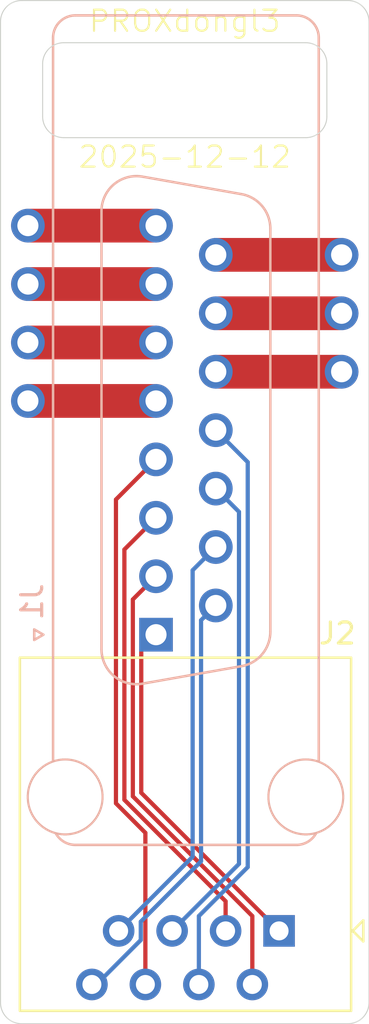
<source format=kicad_pcb>
(kicad_pcb (version 20241229) (generator "pcbnew") (generator_version "9.0")
  (layers (0 "F.Cu" signal) (2 "B.Cu" signal) (13 "F.Paste" user) (15 "B.Paste" user) (5 "F.SilkS" user "F.Silkscreen") (7 "B.SilkS" user "B.Silkscreen") (1 "F.Mask" user) (3 "B.Mask" user) (25 "Edge.Cuts" user))
  (net 0 "")
  (net 1 "unconnected-(J1-P14-Pad14)")
  (net 2 "/ETH7")
  (net 3 "/ETH6")
  (net 4 "unconnected-(J1-P15-Pad15)")
  (net 5 "/ETH1")
  (net 6 "unconnected-(J1-Pad7)")
  (net 7 "/ETH8")
  (net 8 "/ETH5")
  (net 9 "unconnected-(J1-Pad8)")
  (net 10 "unconnected-(J1-P13-Pad13)")
  (net 11 "/ETH4")
  (net 12 "/ETH3")
  (net 13 "unconnected-(J1-Pad6)")
  (net 14 "/ETH2")
  (net 15 "unconnected-(J1-Pad5)")
  (footprint "" (layer "F.Cu") (at 101.3 60.67)
    (property "Reference" "" (at 0 0 0) (layer "F.SilkS") (effects (font (size 1.27 1.27))))
    (property "Value" "")
    (pad "8" thru_hole circle (at 0 0 270) (size 1.6 1.6) (drill 1) (layers "*.Cu" "*.Mask") (net 9 "unconnected-(J1-Pad8)"))
  )
  (footprint "" (layer "F.Cu") (at 116.2 64.825)
    (property "Reference" "" (at 0 0 0) (layer "F.SilkS") (effects (font (size 1.27 1.27))))
    (property "Value" "")
    (pad "14" thru_hole circle (at 0 0 270) (size 1.6 1.6) (drill 1) (layers "*.Cu" "*.Mask") (net 1 "unconnected-(J1-P14-Pad14)"))
  )
  (footprint "" (layer "F.Cu") (at 116.2 67.595)
    (property "Reference" "" (at 0 0 0) (layer "F.SilkS") (effects (font (size 1.27 1.27))))
    (property "Value" "")
    (pad "13" thru_hole circle (at 0 0 270) (size 1.6 1.6) (drill 1) (layers "*.Cu" "*.Mask") (net 10 "unconnected-(J1-P13-Pad13)"))
  )
  (footprint "" (layer "F.Cu") (at 101.304188 63.44)
    (property "Reference" "" (at 0 0 0) (layer "F.SilkS") (effects (font (size 1.27 1.27))))
    (property "Value" "")
    (pad "7" thru_hole circle (at 0 0 270) (size 1.6 1.6) (drill 1) (layers "*.Cu" "*.Mask") (net 6 "unconnected-(J1-Pad7)"))
  )
  (footprint "" (layer "F.Cu") (at 101.3 68.98)
    (property "Reference" "" (at 0 0 0) (layer "F.SilkS") (effects (font (size 1.27 1.27))))
    (property "Value" "")
    (pad "5" thru_hole circle (at 0 0 270) (size 1.6 1.6) (drill 1) (layers "*.Cu" "*.Mask") (net 15 "unconnected-(J1-Pad5)"))
  )
  (footprint "" (layer "F.Cu") (at 116.2 62.055)
    (property "Reference" "" (at 0 0 0) (layer "F.SilkS") (effects (font (size 1.27 1.27))))
    (property "Value" "")
    (pad "15" thru_hole circle (at 0 0 270) (size 1.6 1.6) (drill 1) (layers "*.Cu" "*.Mask") (net 4 "unconnected-(J1-P15-Pad15)"))
  )
  (footprint "" (layer "F.Cu") (at 101.3 66.21)
    (property "Reference" "" (at 0 0 0) (layer "F.SilkS") (effects (font (size 1.27 1.27))))
    (property "Value" "")
    (pad "6" thru_hole circle (at 0 0 270) (size 1.6 1.6) (drill 1) (layers "*.Cu" "*.Mask") (net 13 "unconnected-(J1-Pad6)"))
  )
  (footprint "Connector_RJ:RJ45_OST_PJ012-8P8CX_Vertical" (layer "F.Cu") (at 113.23 94.1 180)
    (property "Reference" "J2" (at -2.77 14.1 180) (layer "F.SilkS"))
    (property "Value" "RJ45" (hide yes))
    (fp_line (start 12.31 12.95) (end -3.42 12.95) (stroke (width 0.12)) (layer "F.SilkS"))
    (fp_line (start 12.31 -3.79) (end 12.31 12.95) (stroke (width 0.12)) (layer "F.SilkS"))
    (fp_line (start 12.3 -3.79) (end -3.42 -3.79) (stroke (width 0.12)) (layer "F.SilkS"))
    (fp_line (start -3.42 -3.79) (end -3.42 12.95) (stroke (width 0.12)) (layer "F.SilkS"))
    (fp_line (start -3.5 0) (end -4 -0.5) (stroke (width 0.12)) (layer "F.SilkS"))
    (fp_line (start -4 0.5) (end -3.5 0) (stroke (width 0.12)) (layer "F.SilkS"))
    (fp_line (start -4 -0.5) (end -4 0.5) (stroke (width 0.12)) (layer "F.SilkS"))
    (pad "" np_thru_hole circle (at -1.27 6.35 180) (size 3.65 3.65) (drill 3.45) (layers "*.Cu" "*.SilkS" "*.Mask"))
    (pad "" np_thru_hole circle (at 10.16 6.35 180) (size 3.65 3.65) (drill 3.45) (layers "*.Cu" "*.SilkS" "*.Mask"))
    (pad "1" thru_hole rect (at 0 0 180) (size 1.5 1.5) (drill 0.9) (layers "*.Cu" "*.Mask") (net 5 "/ETH1"))
    (pad "2" thru_hole circle (at 1.27 -2.54 180) (size 1.5 1.5) (drill 0.9) (layers "*.Cu" "*.Mask") (net 14 "/ETH2"))
    (pad "3" thru_hole circle (at 2.54 0 180) (size 1.5 1.5) (drill 0.9) (layers "*.Cu" "*.Mask") (net 12 "/ETH3"))
    (pad "4" thru_hole circle (at 3.81 -2.54 180) (size 1.5 1.5) (drill 0.9) (layers "*.Cu" "*.Mask") (net 11 "/ETH4"))
    (pad "5" thru_hole circle (at 5.08 0 180) (size 1.5 1.5) (drill 0.9) (layers "*.Cu" "*.Mask") (net 8 "/ETH5"))
    (pad "6" thru_hole circle (at 6.35 -2.54 180) (size 1.5 1.5) (drill 0.9) (layers "*.Cu" "*.Mask") (net 3 "/ETH6"))
    (pad "7" thru_hole circle (at 7.62 0 180) (size 1.5 1.5) (drill 0.9) (layers "*.Cu" "*.Mask") (net 2 "/ETH7"))
    (pad "8" thru_hole circle (at 8.89 -2.54 180) (size 1.5 1.5) (drill 0.9) (layers "*.Cu" "*.Mask") (net 7 "/ETH8"))
  )
  (footprint "Connector_Dsub:DSUB-15_Socket_Vertical_P2.77x2.84mm" (layer "B.Cu") (at 107.385 80.06 -90)
    (property "Reference" "J1" (at -1.56 5.885 90) (layer "B.SilkS") (effects (justify mirror)))
    (property "Value" "DA15_Socket" (hide yes))
    (fp_line (start -0.25 5.784338) (end 0.25 5.784338) (stroke (width 0.12)) (layer "B.SilkS"))
    (fp_line (start 0.25 5.784338) (end 0 5.351325) (stroke (width 0.12)) (layer "B.SilkS"))
    (fp_line (start 0 5.351325) (end -0.25 5.784338) (stroke (width 0.12)) (layer "B.SilkS"))
    (fp_line (start -28.295 4.89) (end 8.905 4.89) (stroke (width 0.12)) (layer "B.SilkS"))
    (fp_line (start 9.965 3.83) (end 9.965 -6.67) (stroke (width 0.12)) (layer "B.SilkS"))
    (fp_line (start -20.076689 2.59) (end 0.686689 2.59) (stroke (width 0.12)) (layer "B.SilkS"))
    (fp_line (start 2.32147 0.641744) (end 1.492733 -4.058256) (stroke (width 0.12)) (layer "B.SilkS"))
    (fp_line (start -20.882733 -4.058256) (end -21.71147 0.641744) (stroke (width 0.12)) (layer "B.SilkS"))
    (fp_line (start -0.142048 -5.43) (end -19.247952 -5.43) (stroke (width 0.12)) (layer "B.SilkS"))
    (fp_line (start -29.355 -6.67) (end -29.355 3.83) (stroke (width 0.12)) (layer "B.SilkS"))
    (fp_line (start 8.905 -7.73) (end -28.295 -7.73) (stroke (width 0.12)) (layer "B.SilkS"))
    (fp_arc (start -28.295 4.89) (mid -29.044533 4.579533) (end -29.355 3.83) (stroke (width 0.12)) (layer "B.SilkS"))
    (fp_arc (start 9.965 3.83) (mid 9.654533 4.579533) (end 8.905 4.89) (stroke (width 0.12)) (layer "B.SilkS"))
    (fp_arc (start -20.076689 2.59) (mid -21.348323 1.997027) (end -21.71147 0.641744) (stroke (width 0.12)) (layer "B.SilkS"))
    (fp_arc (start 2.32147 0.641744) (mid 1.958323 1.997027) (end 0.686689 2.59) (stroke (width 0.12)) (layer "B.SilkS"))
    (fp_arc (start -20.882733 -4.058256) (mid -20.31498 -5.041634) (end -19.247952 -5.43) (stroke (width 0.12)) (layer "B.SilkS"))
    (fp_arc (start -0.142048 -5.43) (mid 0.92498 -5.041634) (end 1.492733 -4.058256) (stroke (width 0.12)) (layer "B.SilkS"))
    (fp_arc (start -29.355 -6.67) (mid -29.044533 -7.419533) (end -28.295 -7.73) (stroke (width 0.12)) (layer "B.SilkS"))
    (fp_arc (start 8.905 -7.73) (mid 9.654533 -7.419533) (end 9.965 -6.67) (stroke (width 0.12)) (layer "B.SilkS"))
    (pad "1" thru_hole rect (at 0 0 270) (size 1.6 1.6) (drill 1) (layers "*.Cu" "*.Mask") (net 5 "/ETH1"))
    (pad "2" thru_hole circle (at -2.77 0 270) (size 1.6 1.6) (drill 1) (layers "*.Cu" "*.Mask") (net 14 "/ETH2"))
    (pad "3" thru_hole circle (at -5.54 0 270) (size 1.6 1.6) (drill 1) (layers "*.Cu" "*.Mask") (net 12 "/ETH3"))
    (pad "4" thru_hole circle (at -8.31 0 270) (size 1.6 1.6) (drill 1) (layers "*.Cu" "*.Mask") (net 3 "/ETH6"))
    (pad "5" thru_hole circle (at -11.08 0 270) (size 1.6 1.6) (drill 1) (layers "*.Cu" "*.Mask") (net 15 "unconnected-(J1-Pad5)"))
    (pad "6" thru_hole circle (at -13.85 0 270) (size 1.6 1.6) (drill 1) (layers "*.Cu" "*.Mask") (net 13 "unconnected-(J1-Pad6)"))
    (pad "7" thru_hole circle (at -16.62 0 270) (size 1.6 1.6) (drill 1) (layers "*.Cu" "*.Mask") (net 6 "unconnected-(J1-Pad7)"))
    (pad "8" thru_hole circle (at -19.39 0 270) (size 1.6 1.6) (drill 1) (layers "*.Cu" "*.Mask") (net 9 "unconnected-(J1-Pad8)"))
    (pad "9" thru_hole circle (at -1.385 -2.84 270) (size 1.6 1.6) (drill 1) (layers "*.Cu" "*.Mask") (net 7 "/ETH8"))
    (pad "10" thru_hole circle (at -4.155 -2.84 270) (size 1.6 1.6) (drill 1) (layers "*.Cu" "*.Mask") (net 2 "/ETH7"))
    (pad "11" thru_hole circle (at -6.925 -2.84 270) (size 1.6 1.6) (drill 1) (layers "*.Cu" "*.Mask") (net 8 "/ETH5"))
    (pad "12" thru_hole circle (at -9.695 -2.84 270) (size 1.6 1.6) (drill 1) (layers "*.Cu" "*.Mask") (net 11 "/ETH4"))
    (pad "13" thru_hole circle (at -12.465 -2.84 270) (size 1.6 1.6) (drill 1) (layers "*.Cu" "*.Mask") (net 10 "unconnected-(J1-P13-Pad13)"))
    (pad "14" thru_hole circle (at -15.235 -2.84 270) (size 1.6 1.6) (drill 1) (layers "*.Cu" "*.Mask") (net 1 "unconnected-(J1-P14-Pad14)"))
    (pad "15" thru_hole circle (at -18.005 -2.84 270) (size 1.6 1.6) (drill 1) (layers "*.Cu" "*.Mask") (net 4 "unconnected-(J1-P15-Pad15)"))
  )
  (gr_line (start 114.5 56.5) (end 103 56.5) (stroke (width 0.05)) (layer "Edge.Cuts"))
  (gr_line (start 100 97.5) (end 100 51) (stroke (width 0.05)) (layer "Edge.Cuts"))
  (gr_line (start 117.5 51) (end 117.5 97.5) (stroke (width 0.05)) (layer "Edge.Cuts"))
  (gr_arc (start 115.5 55.5) (mid 115.207107 56.207107) (end 114.5 56.5) (stroke (width 0.05)) (layer "Edge.Cuts"))
  (gr_line (start 101 50) (end 116.5 50) (stroke (width 0.05)) (layer "Edge.Cuts"))
  (gr_arc (start 116.5 50) (mid 117.207107 50.292893) (end 117.5 51) (stroke (width 0.05)) (layer "Edge.Cuts"))
  (gr_arc (start 114.5 52) (mid 115.207107 52.292893) (end 115.5 53) (stroke (width 0.05)) (layer "Edge.Cuts"))
  (gr_arc (start 101 98.5) (mid 100.292893 98.207107) (end 100 97.5) (stroke (width 0.05)) (layer "Edge.Cuts"))
  (gr_line (start 102 55.5) (end 102 53) (stroke (width 0.05)) (layer "Edge.Cuts"))
  (gr_line (start 116.5 98.5) (end 101 98.5) (stroke (width 0.05)) (layer "Edge.Cuts"))
  (gr_line (start 103 52) (end 114.5 52) (stroke (width 0.05)) (layer "Edge.Cuts"))
  (gr_arc (start 102 53) (mid 102.292893 52.292893) (end 103 52) (stroke (width 0.05)) (layer "Edge.Cuts"))
  (gr_line (start 115.5 53) (end 115.5 55.5) (stroke (width 0.05)) (layer "Edge.Cuts"))
  (gr_arc (start 117.5 97.5) (mid 117.207107 98.207107) (end 116.5 98.5) (stroke (width 0.05)) (layer "Edge.Cuts"))
  (gr_arc (start 103 56.5) (mid 102.292893 56.207107) (end 102 55.5) (stroke (width 0.05)) (layer "Edge.Cuts"))
  (gr_arc (start 100 51) (mid 100.292893 50.292893) (end 101 50) (stroke (width 0.05)) (layer "Edge.Cuts"))
  (gr_text "PROXdongl3\n\n\n\n2025-12-12" (at 108.75 58 0) (layer "F.SilkS") (effects (font (size 1 1) (thickness 0.1)) (justify bottom)))
  (segment (start 110.225 64.825) (end 116.2 64.825) (width 1.6) (layers "F.Cu" "F.Mask") (net 1))
  (segment (start 109.124 90.586) (end 105.61 94.1) (width 0.2) (layer "B.Cu") (net 2))
  (segment (start 109.124 77.006) (end 109.124 90.586) (width 0.2) (layer "B.Cu") (net 2))
  (segment (start 105.61 94.1) (end 105.5 93.99) (width 0.2) (layer "B.Cu") (net 2))
  (segment (start 110.225 75.905) (end 109.124 77.006) (width 0.2) (layer "B.Cu") (net 2))
  (segment (start 106.88 96.64) (end 106.88 89.4513) (width 0.2) (layer "F.Cu") (net 3))
  (segment (start 105.482 88.0533) (end 105.482 73.653) (width 0.2) (layer "F.Cu") (net 3))
  (segment (start 106.88 89.4513) (end 105.482 88.0533) (width 0.2) (layer "F.Cu") (net 3))
  (segment (start 105.482 73.653) (end 107.385 71.75) (width 0.2) (layer "F.Cu") (net 3))
  (segment (start 110.225 62.055) (end 116.2 62.055) (width 1.6) (layers "F.Cu" "F.Mask") (net 4))
  (segment (start 107.385 80.06) (end 106.685 80.76) (width 0.2) (layer "F.Cu") (net 5))
  (segment (start 106.685 87.555) (end 113.23 94.1) (width 0.2) (layer "F.Cu") (net 5))
  (segment (start 106.685 80.76) (end 106.685 87.555) (width 0.2) (layer "F.Cu") (net 5))
  (segment (start 107.385 63.44) (end 101.3 63.44) (width 1.6) (layers "F.Cu" "F.Mask") (net 6))
  (segment (start 109.525 90.800661) (end 106.661 93.664661) (width 0.2) (layer "B.Cu") (net 7))
  (segment (start 110.225 78.675) (end 109.525 79.375) (width 0.2) (layer "B.Cu") (net 7))
  (segment (start 109.525 79.375) (end 109.525 90.800661) (width 0.2) (layer "B.Cu") (net 7))
  (segment (start 106.661 93.664661) (end 106.661 94.535339) (width 0.2) (layer "B.Cu") (net 7))
  (segment (start 106.661 94.535339) (end 104.556339 96.64) (width 0.2) (layer "B.Cu") (net 7))
  (segment (start 104.556339 96.64) (end 104.34 96.64) (width 0.2) (layer "B.Cu") (net 7))
  (segment (start 111.326 74.236) (end 111.326 90.924) (width 0.2) (layer "B.Cu") (net 8))
  (segment (start 110.225 73.135) (end 111.326 74.236) (width 0.2) (layer "B.Cu") (net 8))
  (segment (start 111.326 90.924) (end 108.15 94.1) (width 0.2) (layer "B.Cu") (net 8))
  (segment (start 107.379675 60.664675) (end 107.385 60.67) (width 0.2) (layer "F.Cu") (net 9))
  (segment (start 107.385 60.67) (end 101.3 60.67) (width 1.6) (layers "F.Cu" "F.Mask") (net 9))
  (segment (start 110.225 67.595) (end 116.2 67.595) (width 1.6) (layers "F.Cu" "F.Mask") (net 10))
  (segment (start 109.42 93.3971) (end 109.42 96.64) (width 0.2) (layer "B.Cu") (net 11))
  (segment (start 111.741 91.0761) (end 109.42 93.3971) (width 0.2) (layer "B.Cu") (net 11))
  (segment (start 111.741 71.881) (end 111.741 91.0761) (width 0.2) (layer "B.Cu") (net 11))
  (segment (start 110.225 70.365) (end 111.741 71.881) (width 0.2) (layer "B.Cu") (net 11))
  (segment (start 110.69 94.1) (end 110.69 92.6942) (width 0.2) (layer "F.Cu") (net 12))
  (segment (start 110.69 92.6942) (end 105.883 87.8872) (width 0.2) (layer "F.Cu") (net 12))
  (segment (start 105.883 76.022) (end 107.385 74.52) (width 0.2) (layer "F.Cu") (net 12))
  (segment (start 105.883 87.8872) (end 105.883 76.022) (width 0.2) (layer "F.Cu") (net 12))
  (segment (start 107.385 66.21) (end 101.3 66.21) (width 1.6) (layers "F.Cu" "F.Mask") (net 13))
  (segment (start 111.96 96.64) (end 111.96 93.3971) (width 0.2) (layer "F.Cu") (net 14))
  (segment (start 111.96 93.3971) (end 106.284 87.7211) (width 0.2) (layer "F.Cu") (net 14))
  (segment (start 106.284 78.391) (end 107.385 77.29) (width 0.2) (layer "F.Cu") (net 14))
  (segment (start 106.284 87.7211) (end 106.284 78.391) (width 0.2) (layer "F.Cu") (net 14))
  (segment (start 107.385 68.98) (end 101.3 68.98) (width 1.6) (layers "F.Cu" "F.Mask") (net 15))
)
</source>
